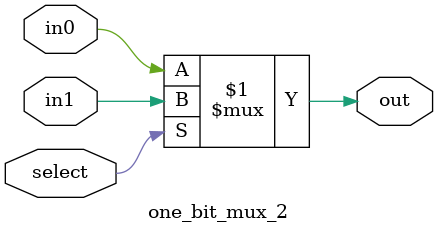
<source format=v>
module one_bit_mux_2(out, select, in0, in1);
    input select;
    input in0, in1;
    output out;
    assign out = select ? in1: in0;
endmodule
</source>
